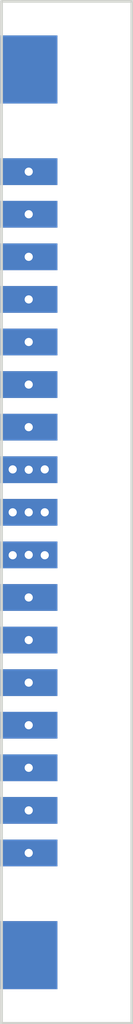
<source format=kicad_pcb>
(kicad_pcb (version 4) (host pcbnew 0.201509030901+6151~29~ubuntu15.04.1-product)

  (general
    (links 17)
    (no_connects 0)
    (area 151.333999 92.178999 156.307001 136.421001)
    (thickness 1.6)
    (drawings 4)
    (tracks 37)
    (zones 0)
    (modules 38)
    (nets 18)
  )

  (page A4)
  (layers
    (0 F.Cu signal)
    (31 B.Cu signal)
    (32 B.Adhes user)
    (33 F.Adhes user)
    (34 B.Paste user)
    (35 F.Paste user)
    (36 B.SilkS user)
    (37 F.SilkS user)
    (38 B.Mask user)
    (39 F.Mask user)
    (40 Dwgs.User user)
    (41 Cmts.User user)
    (42 Eco1.User user)
    (43 Eco2.User user)
    (44 Edge.Cuts user)
    (45 Margin user)
    (46 B.CrtYd user)
    (47 F.CrtYd user)
    (48 B.Fab user)
    (49 F.Fab user)
  )

  (setup
    (last_trace_width 0.25)
    (trace_clearance 0.2)
    (zone_clearance 0.508)
    (zone_45_only no)
    (trace_min 0.2)
    (segment_width 0.2)
    (edge_width 0.1)
    (via_size 0.6)
    (via_drill 0.4)
    (via_min_size 0.4)
    (via_min_drill 0.3)
    (user_via 0.508 0.3048)
    (uvia_size 0.3)
    (uvia_drill 0.1)
    (uvias_allowed no)
    (uvia_min_size 0)
    (uvia_min_drill 0)
    (pcb_text_width 0.3)
    (pcb_text_size 1.5 1.5)
    (mod_edge_width 0.15)
    (mod_text_size 1 1)
    (mod_text_width 0.15)
    (pad_size 2.15 2.54)
    (pad_drill 0)
    (pad_to_mask_clearance 0)
    (aux_axis_origin 0 0)
    (visible_elements FFFFFF7F)
    (pcbplotparams
      (layerselection 0x010c0_80000001)
      (usegerberextensions false)
      (excludeedgelayer true)
      (linewidth 0.100000)
      (plotframeref false)
      (viasonmask false)
      (mode 1)
      (useauxorigin false)
      (hpglpennumber 1)
      (hpglpenspeed 20)
      (hpglpendiameter 15)
      (hpglpenoverlay 2)
      (psnegative false)
      (psa4output false)
      (plotreference true)
      (plotvalue true)
      (plotinvisibletext false)
      (padsonsilk false)
      (subtractmaskfromsilk false)
      (outputformat 1)
      (mirror false)
      (drillshape 0)
      (scaleselection 1)
      (outputdirectory gerbers))
  )

  (net 0 "")
  (net 1 "Net-(U1-Pad1)")
  (net 2 "Net-(U2-Pad1)")
  (net 3 "Net-(U10-Pad1)")
  (net 4 "Net-(U11-Pad1)")
  (net 5 "Net-(U12-Pad1)")
  (net 6 "Net-(U13-Pad1)")
  (net 7 "Net-(U14-Pad1)")
  (net 8 "Net-(U15-Pad1)")
  (net 9 "Net-(U16-Pad1)")
  (net 10 "Net-(U17-Pad1)")
  (net 11 "Net-(U24-Pad1)")
  (net 12 "Net-(U25-Pad1)")
  (net 13 "Net-(U26-Pad1)")
  (net 14 "Net-(U27-Pad1)")
  (net 15 "Net-(U28-Pad1)")
  (net 16 "Net-(U29-Pad1)")
  (net 17 "Net-(U30-Pad1)")

  (net_class Default "This is the default net class."
    (clearance 0.2)
    (trace_width 0.25)
    (via_dia 0.6)
    (via_drill 0.4)
    (uvia_dia 0.3)
    (uvia_drill 0.1)
    (add_net "Net-(U1-Pad1)")
    (add_net "Net-(U10-Pad1)")
    (add_net "Net-(U11-Pad1)")
    (add_net "Net-(U12-Pad1)")
    (add_net "Net-(U13-Pad1)")
    (add_net "Net-(U14-Pad1)")
    (add_net "Net-(U15-Pad1)")
    (add_net "Net-(U16-Pad1)")
    (add_net "Net-(U17-Pad1)")
    (add_net "Net-(U2-Pad1)")
    (add_net "Net-(U24-Pad1)")
    (add_net "Net-(U25-Pad1)")
    (add_net "Net-(U26-Pad1)")
    (add_net "Net-(U27-Pad1)")
    (add_net "Net-(U28-Pad1)")
    (add_net "Net-(U29-Pad1)")
    (add_net "Net-(U30-Pad1)")
  )

  (module polypoint:120220-0315 (layer F.Cu) (tedit 5602B1FF) (tstamp 5602BA68)
    (at 152.4 109.5375)
    (path /5602B5B3)
    (fp_text reference U1 (at 0 -2.032) (layer F.SilkS) hide
      (effects (font (size 1 1) (thickness 0.15)))
    )
    (fp_text value 120220-0315 (at 0 2.032) (layer F.Fab) hide
      (effects (font (size 1 1) (thickness 0.15)))
    )
    (pad 1 smd rect (at 0 0) (size 2.15 1) (layers F.Cu F.Paste F.Mask)
      (net 1 "Net-(U1-Pad1)"))
  )

  (module polypoint:120220-0315 (layer F.Cu) (tedit 5602B1FF) (tstamp 5602BA6D)
    (at 152.4 103.1875)
    (path /5602B651)
    (fp_text reference U2 (at 0 -2.032) (layer F.SilkS) hide
      (effects (font (size 1 1) (thickness 0.15)))
    )
    (fp_text value 120220-0315 (at 0 2.032) (layer F.Fab) hide
      (effects (font (size 1 1) (thickness 0.15)))
    )
    (pad 1 smd rect (at 0 0) (size 2.15 1) (layers F.Cu F.Paste F.Mask)
      (net 2 "Net-(U2-Pad1)"))
  )

  (module polypoint:120220-0315 (layer F.Cu) (tedit 5602B1FF) (tstamp 5602BA72)
    (at 152.4 104.775)
    (path /5602B667)
    (fp_text reference U3 (at 0 -2.032) (layer F.SilkS) hide
      (effects (font (size 1 1) (thickness 0.15)))
    )
    (fp_text value 120220-0315 (at 0 2.032) (layer F.Fab) hide
      (effects (font (size 1 1) (thickness 0.15)))
    )
    (pad 1 smd rect (at 0 0) (size 2.15 1) (layers F.Cu F.Paste F.Mask)
      (net 11 "Net-(U24-Pad1)"))
  )

  (module polypoint:120220-0315 (layer F.Cu) (tedit 5602B1FF) (tstamp 5602BA77)
    (at 152.4 111.125)
    (path /5602B680)
    (fp_text reference U4 (at 0 -2.032) (layer F.SilkS) hide
      (effects (font (size 1 1) (thickness 0.15)))
    )
    (fp_text value 120220-0315 (at 0 2.032) (layer F.Fab) hide
      (effects (font (size 1 1) (thickness 0.15)))
    )
    (pad 1 smd rect (at 0 0) (size 2.15 1) (layers F.Cu F.Paste F.Mask)
      (net 12 "Net-(U25-Pad1)"))
  )

  (module polypoint:120220-0315 (layer F.Cu) (tedit 5602B1FF) (tstamp 5602BA7C)
    (at 152.4 106.3625)
    (path /5602B69C)
    (fp_text reference U5 (at 0 -2.032) (layer F.SilkS) hide
      (effects (font (size 1 1) (thickness 0.15)))
    )
    (fp_text value 120220-0315 (at 0 2.032) (layer F.Fab) hide
      (effects (font (size 1 1) (thickness 0.15)))
    )
    (pad 1 smd rect (at 0 0) (size 2.15 1) (layers F.Cu F.Paste F.Mask)
      (net 13 "Net-(U26-Pad1)"))
  )

  (module polypoint:120220-0315 (layer F.Cu) (tedit 5602B1FF) (tstamp 5602BA81)
    (at 152.4 107.95)
    (path /5602B6BF)
    (fp_text reference U6 (at 0 -2.032) (layer F.SilkS) hide
      (effects (font (size 1 1) (thickness 0.15)))
    )
    (fp_text value 120220-0315 (at 0 2.032) (layer F.Fab) hide
      (effects (font (size 1 1) (thickness 0.15)))
    )
    (pad 1 smd rect (at 0 0) (size 2.15 1) (layers F.Cu F.Paste F.Mask)
      (net 14 "Net-(U27-Pad1)"))
  )

  (module polypoint:120220-0315 (layer F.Cu) (tedit 5602B1FF) (tstamp 5602BA86)
    (at 152.4 115.8875)
    (path /5602B6E5)
    (fp_text reference U7 (at 0 -2.032) (layer F.SilkS) hide
      (effects (font (size 1 1) (thickness 0.15)))
    )
    (fp_text value 120220-0315 (at 0 2.032) (layer F.Fab) hide
      (effects (font (size 1 1) (thickness 0.15)))
    )
    (pad 1 smd rect (at 0 0) (size 2.15 1) (layers F.Cu F.Paste F.Mask)
      (net 15 "Net-(U28-Pad1)"))
  )

  (module polypoint:120220-0315 (layer F.Cu) (tedit 5602B1FF) (tstamp 5602BA8B)
    (at 152.4 112.7125)
    (path /5602B70A)
    (fp_text reference U8 (at 0 -2.032) (layer F.SilkS) hide
      (effects (font (size 1 1) (thickness 0.15)))
    )
    (fp_text value 120220-0315 (at 0 2.032) (layer F.Fab) hide
      (effects (font (size 1 1) (thickness 0.15)))
    )
    (pad 1 smd rect (at 0 0) (size 2.15 1) (layers F.Cu F.Paste F.Mask)
      (net 16 "Net-(U29-Pad1)"))
  )

  (module polypoint:120220-0315 (layer F.Cu) (tedit 5602B1FF) (tstamp 5602BA90)
    (at 152.4 123.825)
    (path /5602B732)
    (fp_text reference U9 (at 0 -2.032) (layer F.SilkS) hide
      (effects (font (size 1 1) (thickness 0.15)))
    )
    (fp_text value 120220-0315 (at 0 2.032) (layer F.Fab) hide
      (effects (font (size 1 1) (thickness 0.15)))
    )
    (pad 1 smd rect (at 0 0) (size 2.15 1) (layers F.Cu F.Paste F.Mask)
      (net 17 "Net-(U30-Pad1)"))
  )

  (module polypoint:120220-0315 (layer F.Cu) (tedit 5602B1FF) (tstamp 5602BA95)
    (at 152.4 101.6)
    (path /5602B761)
    (fp_text reference U10 (at 0 -2.032) (layer F.SilkS) hide
      (effects (font (size 1 1) (thickness 0.15)))
    )
    (fp_text value 120220-0315 (at 0 2.032) (layer F.Fab) hide
      (effects (font (size 1 1) (thickness 0.15)))
    )
    (pad 1 smd rect (at 0 0) (size 2.15 1) (layers F.Cu F.Paste F.Mask)
      (net 3 "Net-(U10-Pad1)"))
  )

  (module polypoint:120220-0315 (layer F.Cu) (tedit 5602B1FF) (tstamp 5602BA9A)
    (at 152.4 117.475)
    (path /5602B793)
    (fp_text reference U11 (at 0 -2.032) (layer F.SilkS) hide
      (effects (font (size 1 1) (thickness 0.15)))
    )
    (fp_text value 120220-0315 (at 0 2.032) (layer F.Fab) hide
      (effects (font (size 1 1) (thickness 0.15)))
    )
    (pad 1 smd rect (at 0 0) (size 2.15 1) (layers F.Cu F.Paste F.Mask)
      (net 4 "Net-(U11-Pad1)"))
  )

  (module polypoint:120220-0315 (layer F.Cu) (tedit 5602B1FF) (tstamp 5602BA9F)
    (at 152.4 120.65)
    (path /5602B7C8)
    (fp_text reference U12 (at 0 -2.032) (layer F.SilkS) hide
      (effects (font (size 1 1) (thickness 0.15)))
    )
    (fp_text value 120220-0315 (at 0 2.032) (layer F.Fab) hide
      (effects (font (size 1 1) (thickness 0.15)))
    )
    (pad 1 smd rect (at 0 0) (size 2.15 1) (layers F.Cu F.Paste F.Mask)
      (net 5 "Net-(U12-Pad1)"))
  )

  (module polypoint:120220-0315 (layer F.Cu) (tedit 5602B1FF) (tstamp 5602BAA4)
    (at 152.4 114.3)
    (path /5602B7FC)
    (fp_text reference U13 (at 0 -2.032) (layer F.SilkS) hide
      (effects (font (size 1 1) (thickness 0.15)))
    )
    (fp_text value 120220-0315 (at 0 2.032) (layer F.Fab) hide
      (effects (font (size 1 1) (thickness 0.15)))
    )
    (pad 1 smd rect (at 0 0) (size 2.15 1) (layers F.Cu F.Paste F.Mask)
      (net 6 "Net-(U13-Pad1)"))
  )

  (module polypoint:120220-0315 (layer F.Cu) (tedit 5602B1FF) (tstamp 5602BAA9)
    (at 152.4 119.0625)
    (path /5602B833)
    (fp_text reference U14 (at 0 -2.032) (layer F.SilkS) hide
      (effects (font (size 1 1) (thickness 0.15)))
    )
    (fp_text value 120220-0315 (at 0 2.032) (layer F.Fab) hide
      (effects (font (size 1 1) (thickness 0.15)))
    )
    (pad 1 smd rect (at 0 0) (size 2.15 1) (layers F.Cu F.Paste F.Mask)
      (net 7 "Net-(U14-Pad1)"))
  )

  (module polypoint:120220-0315 (layer F.Cu) (tedit 5602B1FF) (tstamp 5602BAAE)
    (at 152.4 125.4125)
    (path /5602B86D)
    (fp_text reference U15 (at 0 -2.032) (layer F.SilkS) hide
      (effects (font (size 1 1) (thickness 0.15)))
    )
    (fp_text value 120220-0315 (at 0 2.032) (layer F.Fab) hide
      (effects (font (size 1 1) (thickness 0.15)))
    )
    (pad 1 smd rect (at 0 0) (size 2.15 1) (layers F.Cu F.Paste F.Mask)
      (net 8 "Net-(U15-Pad1)"))
  )

  (module polypoint:120220-0315 (layer F.Cu) (tedit 5602B1FF) (tstamp 5602BAB3)
    (at 152.4 127)
    (path /5602B8AA)
    (fp_text reference U16 (at 0 -2.032) (layer F.SilkS) hide
      (effects (font (size 1 1) (thickness 0.15)))
    )
    (fp_text value 120220-0315 (at 0 2.032) (layer F.Fab) hide
      (effects (font (size 1 1) (thickness 0.15)))
    )
    (pad 1 smd rect (at 0 0) (size 2.15 1) (layers F.Cu F.Paste F.Mask)
      (net 9 "Net-(U16-Pad1)"))
  )

  (module polypoint:120220-0315 (layer F.Cu) (tedit 5602B1FF) (tstamp 5602BAB8)
    (at 152.4 122.2375)
    (path /5602B8EC)
    (fp_text reference U17 (at 0 -2.032) (layer F.SilkS) hide
      (effects (font (size 1 1) (thickness 0.15)))
    )
    (fp_text value 120220-0315 (at 0 2.032) (layer F.Fab) hide
      (effects (font (size 1 1) (thickness 0.15)))
    )
    (pad 1 smd rect (at 0 0) (size 2.15 1) (layers F.Cu F.Paste F.Mask)
      (net 10 "Net-(U17-Pad1)"))
  )

  (module polypoint:120220-0315 (layer B.Cu) (tedit 5602B1FF) (tstamp 5627E3D9)
    (at 152.4 109.5375)
    (path /5627E4C9)
    (fp_text reference U22 (at 0 2.032) (layer B.SilkS) hide
      (effects (font (size 1 1) (thickness 0.15)) (justify mirror))
    )
    (fp_text value 120220-0315 (at 0 -2.032) (layer B.Fab) hide
      (effects (font (size 1 1) (thickness 0.15)) (justify mirror))
    )
    (pad 1 smd rect (at 0 0) (size 2.15 1) (layers B.Cu B.Paste B.Mask)
      (net 1 "Net-(U1-Pad1)"))
  )

  (module polypoint:120220-0315 (layer B.Cu) (tedit 5602B1FF) (tstamp 5627E3DE)
    (at 152.4 103.1875)
    (path /5627E53D)
    (fp_text reference U23 (at 0 2.032) (layer B.SilkS) hide
      (effects (font (size 1 1) (thickness 0.15)) (justify mirror))
    )
    (fp_text value 120220-0315 (at 0 -2.032) (layer B.Fab) hide
      (effects (font (size 1 1) (thickness 0.15)) (justify mirror))
    )
    (pad 1 smd rect (at 0 0) (size 2.15 1) (layers B.Cu B.Paste B.Mask)
      (net 2 "Net-(U2-Pad1)"))
  )

  (module polypoint:120220-0315 (layer B.Cu) (tedit 5602B1FF) (tstamp 5627E3E3)
    (at 152.4 104.775)
    (path /5627E586)
    (fp_text reference U24 (at 0 2.032) (layer B.SilkS) hide
      (effects (font (size 1 1) (thickness 0.15)) (justify mirror))
    )
    (fp_text value 120220-0315 (at 0 -2.032) (layer B.Fab) hide
      (effects (font (size 1 1) (thickness 0.15)) (justify mirror))
    )
    (pad 1 smd rect (at 0 0) (size 2.15 1) (layers B.Cu B.Paste B.Mask)
      (net 11 "Net-(U24-Pad1)"))
  )

  (module polypoint:120220-0315 (layer B.Cu) (tedit 5602B1FF) (tstamp 5627E3E8)
    (at 152.4 111.125)
    (path /5627E5D2)
    (fp_text reference U25 (at 0 2.032) (layer B.SilkS) hide
      (effects (font (size 1 1) (thickness 0.15)) (justify mirror))
    )
    (fp_text value 120220-0315 (at 0 -2.032) (layer B.Fab) hide
      (effects (font (size 1 1) (thickness 0.15)) (justify mirror))
    )
    (pad 1 smd rect (at 0 0) (size 2.15 1) (layers B.Cu B.Paste B.Mask)
      (net 12 "Net-(U25-Pad1)"))
  )

  (module polypoint:120220-0315 (layer B.Cu) (tedit 5602B1FF) (tstamp 5627E3ED)
    (at 152.4 106.3625)
    (path /5627E621)
    (fp_text reference U26 (at 0 2.032) (layer B.SilkS) hide
      (effects (font (size 1 1) (thickness 0.15)) (justify mirror))
    )
    (fp_text value 120220-0315 (at 0 -2.032) (layer B.Fab) hide
      (effects (font (size 1 1) (thickness 0.15)) (justify mirror))
    )
    (pad 1 smd rect (at 0 0) (size 2.15 1) (layers B.Cu B.Paste B.Mask)
      (net 13 "Net-(U26-Pad1)"))
  )

  (module polypoint:120220-0315 (layer B.Cu) (tedit 5602B1FF) (tstamp 5627E3F2)
    (at 152.4 107.95)
    (path /5627E673)
    (fp_text reference U27 (at 0 2.032) (layer B.SilkS) hide
      (effects (font (size 1 1) (thickness 0.15)) (justify mirror))
    )
    (fp_text value 120220-0315 (at 0 -2.032) (layer B.Fab) hide
      (effects (font (size 1 1) (thickness 0.15)) (justify mirror))
    )
    (pad 1 smd rect (at 0 0) (size 2.15 1) (layers B.Cu B.Paste B.Mask)
      (net 14 "Net-(U27-Pad1)"))
  )

  (module polypoint:120220-0315 (layer B.Cu) (tedit 5602B1FF) (tstamp 5627E3F7)
    (at 152.4 115.8875)
    (path /5627E714)
    (fp_text reference U28 (at 0 2.032) (layer B.SilkS) hide
      (effects (font (size 1 1) (thickness 0.15)) (justify mirror))
    )
    (fp_text value 120220-0315 (at 0 -2.032) (layer B.Fab) hide
      (effects (font (size 1 1) (thickness 0.15)) (justify mirror))
    )
    (pad 1 smd rect (at 0 0) (size 2.15 1) (layers B.Cu B.Paste B.Mask)
      (net 15 "Net-(U28-Pad1)"))
  )

  (module polypoint:120220-0315 (layer B.Cu) (tedit 5602B1FF) (tstamp 5627E3FC)
    (at 152.4 112.7125)
    (path /5627E76C)
    (fp_text reference U29 (at 0 2.032) (layer B.SilkS) hide
      (effects (font (size 1 1) (thickness 0.15)) (justify mirror))
    )
    (fp_text value 120220-0315 (at 0 -2.032) (layer B.Fab) hide
      (effects (font (size 1 1) (thickness 0.15)) (justify mirror))
    )
    (pad 1 smd rect (at 0 0) (size 2.15 1) (layers B.Cu B.Paste B.Mask)
      (net 16 "Net-(U29-Pad1)"))
  )

  (module polypoint:120220-0315 (layer B.Cu) (tedit 5602B1FF) (tstamp 5627E401)
    (at 152.4 123.825)
    (path /5627E7C7)
    (fp_text reference U30 (at 0 2.032) (layer B.SilkS) hide
      (effects (font (size 1 1) (thickness 0.15)) (justify mirror))
    )
    (fp_text value 120220-0315 (at 0 -2.032) (layer B.Fab) hide
      (effects (font (size 1 1) (thickness 0.15)) (justify mirror))
    )
    (pad 1 smd rect (at 0 0) (size 2.15 1) (layers B.Cu B.Paste B.Mask)
      (net 17 "Net-(U30-Pad1)"))
  )

  (module polypoint:120220-0315 (layer B.Cu) (tedit 5602B1FF) (tstamp 5627E406)
    (at 152.4 101.6)
    (path /5627E825)
    (fp_text reference U31 (at 0 2.032) (layer B.SilkS) hide
      (effects (font (size 1 1) (thickness 0.15)) (justify mirror))
    )
    (fp_text value 120220-0315 (at 0 -2.032) (layer B.Fab) hide
      (effects (font (size 1 1) (thickness 0.15)) (justify mirror))
    )
    (pad 1 smd rect (at 0 0) (size 2.15 1) (layers B.Cu B.Paste B.Mask)
      (net 3 "Net-(U10-Pad1)"))
  )

  (module polypoint:120220-0315 (layer B.Cu) (tedit 5602B1FF) (tstamp 5627E40B)
    (at 152.4 117.475)
    (path /5627E88A)
    (fp_text reference U32 (at 0 2.032) (layer B.SilkS) hide
      (effects (font (size 1 1) (thickness 0.15)) (justify mirror))
    )
    (fp_text value 120220-0315 (at 0 -2.032) (layer B.Fab) hide
      (effects (font (size 1 1) (thickness 0.15)) (justify mirror))
    )
    (pad 1 smd rect (at 0 0) (size 2.15 1) (layers B.Cu B.Paste B.Mask)
      (net 4 "Net-(U11-Pad1)"))
  )

  (module polypoint:120220-0315 (layer B.Cu) (tedit 5602B1FF) (tstamp 5627E410)
    (at 152.4 120.65)
    (path /5627E8EE)
    (fp_text reference U33 (at 0 2.032) (layer B.SilkS) hide
      (effects (font (size 1 1) (thickness 0.15)) (justify mirror))
    )
    (fp_text value 120220-0315 (at 0 -2.032) (layer B.Fab) hide
      (effects (font (size 1 1) (thickness 0.15)) (justify mirror))
    )
    (pad 1 smd rect (at 0 0) (size 2.15 1) (layers B.Cu B.Paste B.Mask)
      (net 5 "Net-(U12-Pad1)"))
  )

  (module polypoint:120220-0315 (layer B.Cu) (tedit 5602B1FF) (tstamp 5627E415)
    (at 152.4 114.3)
    (path /5627E955)
    (fp_text reference U34 (at 0 2.032) (layer B.SilkS) hide
      (effects (font (size 1 1) (thickness 0.15)) (justify mirror))
    )
    (fp_text value 120220-0315 (at 0 -2.032) (layer B.Fab) hide
      (effects (font (size 1 1) (thickness 0.15)) (justify mirror))
    )
    (pad 1 smd rect (at 0 0) (size 2.15 1) (layers B.Cu B.Paste B.Mask)
      (net 6 "Net-(U13-Pad1)"))
  )

  (module polypoint:120220-0315 (layer B.Cu) (tedit 5602B1FF) (tstamp 5627E41A)
    (at 152.4 119.0625)
    (path /5627E9BF)
    (fp_text reference U35 (at 0 2.032) (layer B.SilkS) hide
      (effects (font (size 1 1) (thickness 0.15)) (justify mirror))
    )
    (fp_text value 120220-0315 (at 0 -2.032) (layer B.Fab) hide
      (effects (font (size 1 1) (thickness 0.15)) (justify mirror))
    )
    (pad 1 smd rect (at 0 0) (size 2.15 1) (layers B.Cu B.Paste B.Mask)
      (net 7 "Net-(U14-Pad1)"))
  )

  (module polypoint:120220-0315 (layer B.Cu) (tedit 5602B1FF) (tstamp 5627E41F)
    (at 152.4 125.4125)
    (path /5627EA2C)
    (fp_text reference U36 (at 0 2.032) (layer B.SilkS) hide
      (effects (font (size 1 1) (thickness 0.15)) (justify mirror))
    )
    (fp_text value 120220-0315 (at 0 -2.032) (layer B.Fab) hide
      (effects (font (size 1 1) (thickness 0.15)) (justify mirror))
    )
    (pad 1 smd rect (at 0 0) (size 2.15 1) (layers B.Cu B.Paste B.Mask)
      (net 8 "Net-(U15-Pad1)"))
  )

  (module polypoint:120220-0315 (layer B.Cu) (tedit 5602B1FF) (tstamp 5627E424)
    (at 152.4 127)
    (path /5627EA9C)
    (fp_text reference U37 (at 0 2.032) (layer B.SilkS) hide
      (effects (font (size 1 1) (thickness 0.15)) (justify mirror))
    )
    (fp_text value 120220-0315 (at 0 -2.032) (layer B.Fab) hide
      (effects (font (size 1 1) (thickness 0.15)) (justify mirror))
    )
    (pad 1 smd rect (at 0 0) (size 2.15 1) (layers B.Cu B.Paste B.Mask)
      (net 9 "Net-(U16-Pad1)"))
  )

  (module polypoint:120220-0315 (layer B.Cu) (tedit 5602B1FF) (tstamp 5627E429)
    (at 152.4 122.2375)
    (path /5627EB0F)
    (fp_text reference U38 (at 0 2.032) (layer B.SilkS) hide
      (effects (font (size 1 1) (thickness 0.15)) (justify mirror))
    )
    (fp_text value 120220-0315 (at 0 -2.032) (layer B.Fab) hide
      (effects (font (size 1 1) (thickness 0.15)) (justify mirror))
    )
    (pad 1 smd rect (at 0 0) (size 2.15 1) (layers B.Cu B.Paste B.Mask)
      (net 10 "Net-(U17-Pad1)"))
  )

  (module polypoint:120220-0315 (layer F.Cu) (tedit 5627EA79) (tstamp 5627EA36)
    (at 152.4 130.81)
    (path /5627EFD9)
    (fp_text reference U18 (at 0 -2.032) (layer F.SilkS) hide
      (effects (font (size 1 1) (thickness 0.15)))
    )
    (fp_text value 120220-0315 (at 0 2.032) (layer F.Fab) hide
      (effects (font (size 1 1) (thickness 0.15)))
    )
    (pad 1 smd rect (at 0 0) (size 2.15 2.54) (layers F.Cu F.Paste F.Mask))
  )

  (module polypoint:120220-0315 (layer B.Cu) (tedit 5627EA6A) (tstamp 5627EA3A)
    (at 152.4 97.79)
    (path /5627EFD3)
    (fp_text reference U19 (at 0 2.032) (layer B.SilkS) hide
      (effects (font (size 1 1) (thickness 0.15)) (justify mirror))
    )
    (fp_text value 120220-0315 (at 0 -2.032) (layer B.Fab) hide
      (effects (font (size 1 1) (thickness 0.15)) (justify mirror))
    )
    (pad 1 smd rect (at 0 0) (size 2.15 2.54) (layers B.Cu B.Paste B.Mask))
  )

  (module polypoint:120220-0315 (layer B.Cu) (tedit 5627EA80) (tstamp 5627EA3E)
    (at 152.4 130.81)
    (path /5627EF50)
    (fp_text reference U20 (at 0 2.032) (layer B.SilkS) hide
      (effects (font (size 1 1) (thickness 0.15)) (justify mirror))
    )
    (fp_text value 120220-0315 (at 0 -2.032) (layer B.Fab) hide
      (effects (font (size 1 1) (thickness 0.15)) (justify mirror))
    )
    (pad 1 smd rect (at 0 0) (size 2.15 2.54) (layers B.Cu B.Paste B.Mask))
  )

  (module polypoint:120220-0315 (layer F.Cu) (tedit 5627EA71) (tstamp 5627EA42)
    (at 152.4 97.79)
    (path /5627EF4A)
    (fp_text reference U21 (at 0 -2.032) (layer F.SilkS) hide
      (effects (font (size 1 1) (thickness 0.15)))
    )
    (fp_text value 120220-0315 (at 0 2.032) (layer F.Fab) hide
      (effects (font (size 1 1) (thickness 0.15)))
    )
    (pad 1 smd rect (at 0 0) (size 2.15 2.54) (layers F.Cu F.Paste F.Mask))
  )

  (gr_line (start 151.384 133.35) (end 151.384 95.25) (angle 90) (layer Edge.Cuts) (width 0.1))
  (gr_line (start 156.257 133.35) (end 151.384 133.35) (angle 90) (layer Edge.Cuts) (width 0.1))
  (gr_line (start 156.257 95.25) (end 156.257 133.35) (angle 90) (layer Edge.Cuts) (width 0.1))
  (gr_line (start 151.384 95.25) (end 156.257 95.25) (angle 90) (layer Edge.Cuts) (width 0.1))

  (via (at 152.4 109.5375) (size 0.6) (drill 0.3048) (layers F.Cu B.Cu) (net 1))
  (via (at 152.4 103.1875) (size 0.6) (drill 0.3048) (layers F.Cu B.Cu) (net 2))
  (via (at 152.4 101.6) (size 0.6) (drill 0.3048) (layers F.Cu B.Cu) (net 3))
  (via (at 152.4 117.475) (size 0.6) (drill 0.3048) (layers F.Cu B.Cu) (net 4))
  (via (at 152.4 120.65) (size 0.6) (drill 0.3048) (layers F.Cu B.Cu) (net 5))
  (segment (start 152.4 114.3) (end 151.8 114.3) (width 0.25) (layer F.Cu) (net 6))
  (via (at 151.8 114.3) (size 0.6) (drill 0.3048) (layers F.Cu B.Cu) (net 6))
  (segment (start 152.4 114.3) (end 153 114.3) (width 0.25) (layer B.Cu) (net 6))
  (via (at 153 114.3) (size 0.6) (drill 0.3048) (layers F.Cu B.Cu) (net 6))
  (via (at 152.4 114.3) (size 0.6) (drill 0.3048) (layers F.Cu B.Cu) (net 6))
  (via (at 152.4 119.0625) (size 0.6) (drill 0.3048) (layers F.Cu B.Cu) (net 7))
  (via (at 152.4 125.4125) (size 0.6) (drill 0.3048) (layers F.Cu B.Cu) (net 8))
  (via (at 152.4 127) (size 0.6) (drill 0.3048) (layers F.Cu B.Cu) (net 9))
  (via (at 152.4 122.2375) (size 0.6) (drill 0.3048) (layers F.Cu B.Cu) (net 10))
  (via (at 152.4 104.775) (size 0.6) (drill 0.3048) (layers F.Cu B.Cu) (net 11))
  (via (at 152.4 111.125) (size 0.6) (drill 0.3048) (layers F.Cu B.Cu) (net 12))
  (via (at 152.4 106.3625) (size 0.6) (drill 0.3048) (layers F.Cu B.Cu) (net 13))
  (via (at 152.4 107.95) (size 0.6) (drill 0.3048) (layers F.Cu B.Cu) (net 14))
  (segment (start 152.4 115.8875) (end 151.8125 115.8875) (width 0.25) (layer F.Cu) (net 15))
  (segment (start 151.8125 115.8875) (end 151.8 115.9) (width 0.25) (layer F.Cu) (net 15) (tstamp 5627ECA7))
  (via (at 151.8 115.9) (size 0.6) (drill 0.3048) (layers F.Cu B.Cu) (net 15))
  (segment (start 151.8 115.9) (end 152.4 115.8875) (width 0.25) (layer B.Cu) (net 15) (tstamp 5627ECAC))
  (segment (start 152.4 115.8875) (end 152.9875 115.8875) (width 0.25) (layer B.Cu) (net 15))
  (segment (start 152.9875 115.8875) (end 153 115.9) (width 0.25) (layer B.Cu) (net 15) (tstamp 5627ECA3))
  (via (at 153 115.9) (size 0.6) (drill 0.3048) (layers F.Cu B.Cu) (net 15))
  (segment (start 153 115.9) (end 152.4 115.8875) (width 0.25) (layer F.Cu) (net 15) (tstamp 5627ECA6))
  (via (at 152.4 115.8875) (size 0.6) (drill 0.3048) (layers F.Cu B.Cu) (net 15))
  (segment (start 152.4 112.7125) (end 151.8125 112.7125) (width 0.25) (layer F.Cu) (net 16) (status C00000))
  (segment (start 151.8125 112.7125) (end 151.8 112.7) (width 0.25) (layer F.Cu) (net 16) (tstamp 5627ED77) (status C00000))
  (via (at 151.8 112.7) (size 0.6) (drill 0.3048) (layers F.Cu B.Cu) (net 16) (status C00000))
  (segment (start 151.8 112.7) (end 152.4 112.7125) (width 0.25) (layer B.Cu) (net 16) (tstamp 5627ED7B) (status C00000))
  (segment (start 152.4 112.7125) (end 152.9875 112.7125) (width 0.25) (layer F.Cu) (net 16))
  (segment (start 152.9875 112.7125) (end 153 112.7) (width 0.25) (layer F.Cu) (net 16) (tstamp 5627EC99))
  (via (at 153 112.7) (size 0.6) (drill 0.3048) (layers F.Cu B.Cu) (net 16))
  (segment (start 153 112.7) (end 152.4 112.7125) (width 0.25) (layer B.Cu) (net 16) (tstamp 5627EC9D))
  (via (at 152.4 112.7125) (size 0.6) (drill 0.3048) (layers F.Cu B.Cu) (net 16))
  (via (at 152.4 123.825) (size 0.6) (drill 0.3048) (layers F.Cu B.Cu) (net 17))

)

</source>
